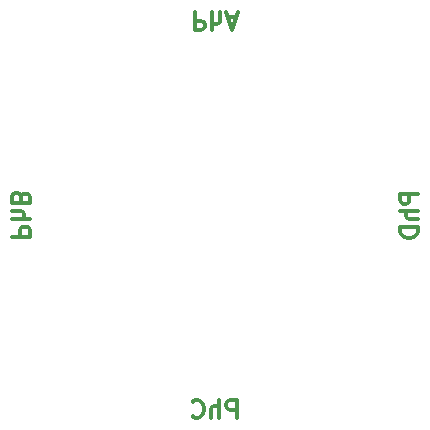
<source format=gbo>
G04 #@! TF.GenerationSoftware,KiCad,Pcbnew,(6.0.5)*
G04 #@! TF.CreationDate,2022-12-29T12:01:20-08:00*
G04 #@! TF.ProjectId,micro-motor-proto-02,6d696372-6f2d-46d6-9f74-6f722d70726f,rev?*
G04 #@! TF.SameCoordinates,Original*
G04 #@! TF.FileFunction,Legend,Bot*
G04 #@! TF.FilePolarity,Positive*
%FSLAX46Y46*%
G04 Gerber Fmt 4.6, Leading zero omitted, Abs format (unit mm)*
G04 Created by KiCad (PCBNEW (6.0.5)) date 2022-12-29 12:01:20*
%MOMM*%
%LPD*%
G01*
G04 APERTURE LIST*
%ADD10C,0.300000*%
G04 APERTURE END LIST*
D10*
X64598734Y-48676080D02*
X63098734Y-48676080D01*
X63098734Y-49247509D01*
X63170163Y-49390366D01*
X63241591Y-49461794D01*
X63384448Y-49533223D01*
X63598734Y-49533223D01*
X63741591Y-49461794D01*
X63813020Y-49390366D01*
X63884448Y-49247509D01*
X63884448Y-48676080D01*
X64598734Y-50176080D02*
X63098734Y-50176080D01*
X64598734Y-50818937D02*
X63813020Y-50818937D01*
X63670163Y-50747509D01*
X63598734Y-50604651D01*
X63598734Y-50390366D01*
X63670163Y-50247509D01*
X63741591Y-50176080D01*
X64598734Y-51533223D02*
X63098734Y-51533223D01*
X63098734Y-51890366D01*
X63170163Y-52104651D01*
X63313020Y-52247509D01*
X63455877Y-52318937D01*
X63741591Y-52390366D01*
X63955877Y-52390366D01*
X64241591Y-52318937D01*
X64384448Y-52247509D01*
X64527305Y-52104651D01*
X64598734Y-51890366D01*
X64598734Y-51533223D01*
X45705878Y-33318938D02*
X45705878Y-34818938D01*
X46277306Y-34818938D01*
X46420164Y-34747510D01*
X46491592Y-34676081D01*
X46563021Y-34533224D01*
X46563021Y-34318938D01*
X46491592Y-34176081D01*
X46420164Y-34104652D01*
X46277306Y-34033224D01*
X45705878Y-34033224D01*
X47205878Y-33318938D02*
X47205878Y-34818938D01*
X47848735Y-33318938D02*
X47848735Y-34104652D01*
X47777306Y-34247510D01*
X47634449Y-34318938D01*
X47420164Y-34318938D01*
X47277306Y-34247510D01*
X47205878Y-34176081D01*
X48491592Y-33747510D02*
X49205878Y-33747510D01*
X48348735Y-33318938D02*
X48848735Y-34818938D01*
X49348735Y-33318938D01*
X30241590Y-52318939D02*
X31741590Y-52318939D01*
X31741590Y-51747511D01*
X31670162Y-51604653D01*
X31598733Y-51533225D01*
X31455876Y-51461796D01*
X31241590Y-51461796D01*
X31098733Y-51533225D01*
X31027304Y-51604653D01*
X30955876Y-51747511D01*
X30955876Y-52318939D01*
X30241590Y-50818939D02*
X31741590Y-50818939D01*
X30241590Y-50176082D02*
X31027304Y-50176082D01*
X31170162Y-50247511D01*
X31241590Y-50390368D01*
X31241590Y-50604653D01*
X31170162Y-50747511D01*
X31098733Y-50818939D01*
X31027304Y-48961796D02*
X30955876Y-48747511D01*
X30884447Y-48676082D01*
X30741590Y-48604653D01*
X30527304Y-48604653D01*
X30384447Y-48676082D01*
X30313019Y-48747511D01*
X30241590Y-48890368D01*
X30241590Y-49461796D01*
X31741590Y-49461796D01*
X31741590Y-48961796D01*
X31670162Y-48818939D01*
X31598733Y-48747511D01*
X31455876Y-48676082D01*
X31313019Y-48676082D01*
X31170162Y-48747511D01*
X31098733Y-48818939D01*
X31027304Y-48961796D01*
X31027304Y-49461796D01*
X49248599Y-67670294D02*
X49248599Y-66170294D01*
X48677171Y-66170294D01*
X48534313Y-66241723D01*
X48462885Y-66313151D01*
X48391456Y-66456008D01*
X48391456Y-66670294D01*
X48462885Y-66813151D01*
X48534313Y-66884580D01*
X48677171Y-66956008D01*
X49248599Y-66956008D01*
X47748599Y-67670294D02*
X47748599Y-66170294D01*
X47105742Y-67670294D02*
X47105742Y-66884580D01*
X47177171Y-66741723D01*
X47320028Y-66670294D01*
X47534313Y-66670294D01*
X47677171Y-66741723D01*
X47748599Y-66813151D01*
X45534313Y-67527437D02*
X45605742Y-67598865D01*
X45820028Y-67670294D01*
X45962885Y-67670294D01*
X46177171Y-67598865D01*
X46320028Y-67456008D01*
X46391456Y-67313151D01*
X46462885Y-67027437D01*
X46462885Y-66813151D01*
X46391456Y-66527437D01*
X46320028Y-66384580D01*
X46177171Y-66241723D01*
X45962885Y-66170294D01*
X45820028Y-66170294D01*
X45605742Y-66241723D01*
X45534313Y-66313151D01*
M02*

</source>
